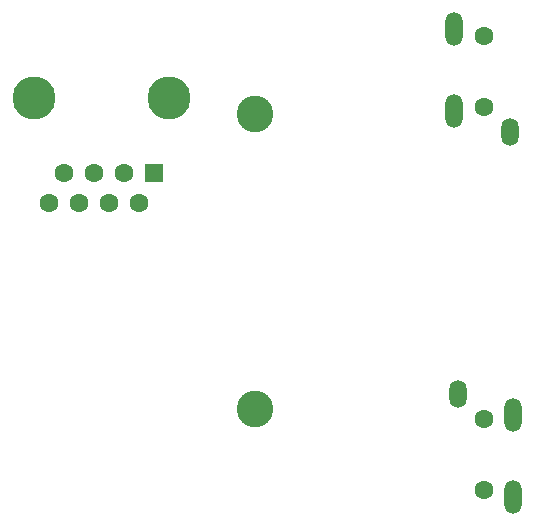
<source format=gbr>
G04 #@! TF.GenerationSoftware,KiCad,Pcbnew,(5.99.0-11678-ga208dac8d8)*
G04 #@! TF.CreationDate,2021-09-01T19:56:06-04:00*
G04 #@! TF.ProjectId,Audio_teensy,41756469-6f5f-4746-9565-6e73792e6b69,1.1*
G04 #@! TF.SameCoordinates,Original*
G04 #@! TF.FileFunction,Soldermask,Bot*
G04 #@! TF.FilePolarity,Negative*
%FSLAX46Y46*%
G04 Gerber Fmt 4.6, Leading zero omitted, Abs format (unit mm)*
G04 Created by KiCad (PCBNEW (5.99.0-11678-ga208dac8d8)) date 2021-09-01 19:56:06*
%MOMM*%
%LPD*%
G01*
G04 APERTURE LIST*
G04 Aperture macros list*
%AMRoundRect*
0 Rectangle with rounded corners*
0 $1 Rounding radius*
0 $2 $3 $4 $5 $6 $7 $8 $9 X,Y pos of 4 corners*
0 Add a 4 corners polygon primitive as box body*
4,1,4,$2,$3,$4,$5,$6,$7,$8,$9,$2,$3,0*
0 Add four circle primitives for the rounded corners*
1,1,$1+$1,$2,$3*
1,1,$1+$1,$4,$5*
1,1,$1+$1,$6,$7*
1,1,$1+$1,$8,$9*
0 Add four rect primitives between the rounded corners*
20,1,$1+$1,$2,$3,$4,$5,0*
20,1,$1+$1,$4,$5,$6,$7,0*
20,1,$1+$1,$6,$7,$8,$9,0*
20,1,$1+$1,$8,$9,$2,$3,0*%
G04 Aperture macros list end*
%ADD10C,1.601600*%
%ADD11RoundRect,0.050800X0.750000X0.750000X-0.750000X0.750000X-0.750000X-0.750000X0.750000X-0.750000X0*%
%ADD12C,3.650000*%
%ADD13C,1.600000*%
%ADD14O,1.451600X2.351600*%
%ADD15O,1.451600X2.851600*%
%ADD16C,3.101600*%
G04 APERTURE END LIST*
D10*
X123265000Y-99880000D03*
X124535000Y-97340000D03*
X125805000Y-99880000D03*
X127075000Y-97340000D03*
X128345000Y-99880000D03*
X129615000Y-97340000D03*
X130885000Y-99880000D03*
D11*
X132155000Y-97340000D03*
D12*
X121995000Y-90990000D03*
X133425000Y-90990000D03*
D13*
X160057500Y-85817500D03*
X160057500Y-91817500D03*
D14*
X162257500Y-93917500D03*
D15*
X157557500Y-85217500D03*
X157557500Y-92117500D03*
D13*
X160057500Y-124182500D03*
X160057500Y-118182500D03*
D14*
X157857500Y-116082500D03*
D15*
X162557500Y-124782500D03*
X162557500Y-117882500D03*
D16*
X140716000Y-117348000D03*
X140716000Y-92348000D03*
M02*

</source>
